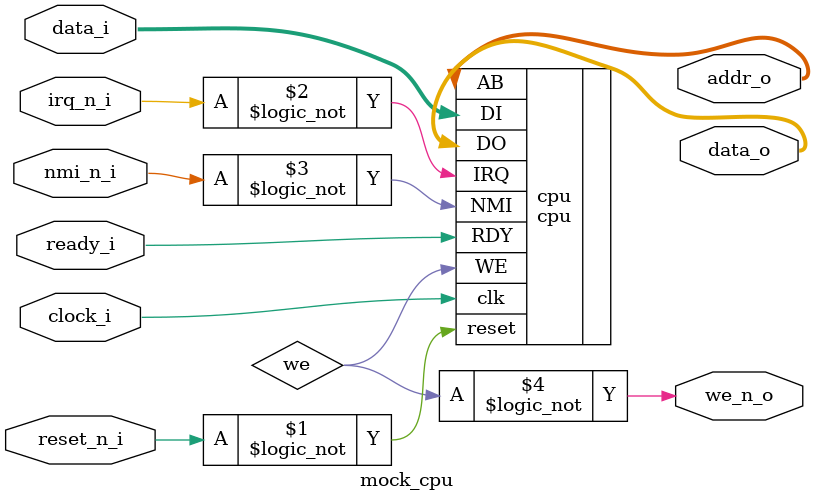
<source format=sv>
/**
 * PET Clone - Open hardware implementation of the Commodore PET
 * by Daniel Lehenbauer and contributors.
 *
 * https://github.com/DLehenbauer/commodore-pet-clone
 *
 * To the extent possible under law, I, Daniel Lehenbauer, have waived all
 * copyright and related or neighboring rights to this project. This work is
 * published from the United States.
 *
 * @copyright CC0 http://creativecommons.org/publicdomain/zero/1.0/
 * @author Daniel Lehenbauer <DLehenbauer@users.noreply.github.com> and contributors
 */

module mock_cpu #(
    parameter integer unsigned DATA_WIDTH = 8,
    parameter integer unsigned ADDR_WIDTH = 16
) (
    input  logic clock_i,
    input  logic reset_n_i,
    output logic [ADDR_WIDTH-1:0] addr_o,
    input  logic [DATA_WIDTH-1:0] data_i,
    output logic [DATA_WIDTH-1:0] data_o,
    output logic we_n_o,
    input  logic irq_n_i,
    input  logic nmi_n_i,
    input  logic ready_i
);
    logic we;

    cpu cpu(
        .clk(clock_i),          // CPU clock 
        .reset(!reset_n_i),     // reset signal (0 = normal, 1 = reset)
        .AB(addr_o),            // address bus
        .DI(data_i),            // data in, read bus
        .DO(data_o),            // data out, write bus
        .WE(we),           // write enable (0 = read, 1 = write)
        .IRQ(!irq_n_i),         // interrupt request (0 = normal, 1 = interrupt)
        .NMI(!nmi_n_i),         // non-maskable interrupt request  (0 = normal, 1 = interrupt)
        .RDY(ready_i)           // Ready signal (0 = pause, 1 = ready)
    );

    assign we_n_o = !we;
endmodule

</source>
